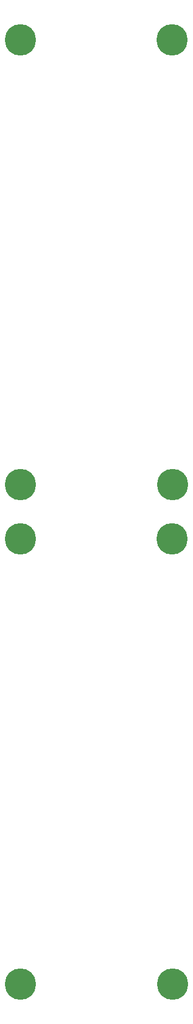
<source format=gbr>
G04 #@! TF.GenerationSoftware,KiCad,Pcbnew,(5.1.12)-1*
G04 #@! TF.CreationDate,2021-11-28T05:59:15+13:00*
G04 #@! TF.ProjectId,RGB-to-component-covers,5247422d-746f-42d6-936f-6d706f6e656e,rev?*
G04 #@! TF.SameCoordinates,Original*
G04 #@! TF.FileFunction,Soldermask,Top*
G04 #@! TF.FilePolarity,Negative*
%FSLAX46Y46*%
G04 Gerber Fmt 4.6, Leading zero omitted, Abs format (unit mm)*
G04 Created by KiCad (PCBNEW (5.1.12)-1) date 2021-11-28 05:59:15*
%MOMM*%
%LPD*%
G01*
G04 APERTURE LIST*
%ADD10C,4.802000*%
G04 APERTURE END LIST*
D10*
X78800000Y-41000000D03*
X102200000Y-109000000D03*
X102150000Y-41000000D03*
X78800000Y-109000000D03*
X102200000Y-185300000D03*
X78800000Y-117300000D03*
X78800000Y-185300000D03*
X102150000Y-117300000D03*
M02*

</source>
